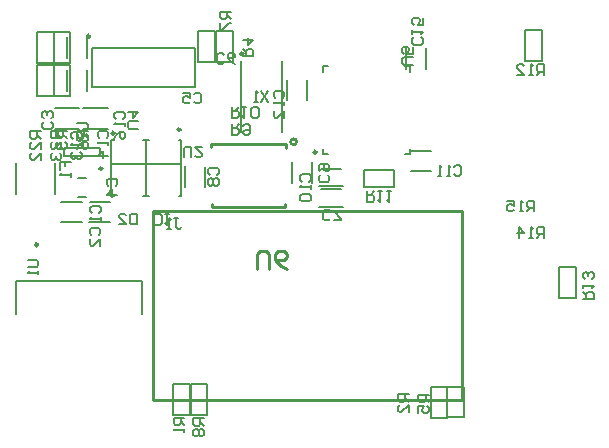
<source format=gbo>
G04*
G04 #@! TF.GenerationSoftware,Altium Limited,Altium Designer,21.0.8 (223)*
G04*
G04 Layer_Color=32896*
%FSLAX25Y25*%
%MOIN*%
G70*
G04*
G04 #@! TF.SameCoordinates,E158979E-E8F5-4E42-ABDF-87379EC9601E*
G04*
G04*
G04 #@! TF.FilePolarity,Positive*
G04*
G01*
G75*
%ADD10C,0.01000*%
%ADD11C,0.00787*%
%ADD12C,0.00600*%
%ADD98C,0.00984*%
D10*
X295100Y311800D02*
G03*
X295100Y311800I-1000J0D01*
G01*
X291200Y290200D02*
Y291100D01*
X266800Y290200D02*
X291200D01*
X266800D02*
Y291200D01*
X266600Y310100D02*
Y311000D01*
X291600D01*
Y309800D02*
Y311000D01*
X350100Y225863D02*
Y288863D01*
X247100D02*
X350100D01*
X247100Y225863D02*
Y288863D01*
Y225863D02*
X350100D01*
X282002Y269501D02*
Y274499D01*
X283001Y275499D01*
X285001D01*
X286000Y274499D01*
Y269501D01*
X291998D02*
X289999Y270501D01*
X288000Y272500D01*
Y274499D01*
X288999Y275499D01*
X290999D01*
X291998Y274499D01*
Y273500D01*
X290999Y272500D01*
X288000D01*
D11*
X276410Y315089D02*
Y338711D01*
X290190Y315089D02*
Y338711D01*
X382544Y259782D02*
Y270018D01*
Y259782D02*
X388056D01*
X382544Y270018D02*
X388056D01*
Y259782D02*
Y270018D01*
X303764Y307764D02*
Y309437D01*
Y307764D02*
X305437D01*
X331224D02*
X332898D01*
Y309437D01*
Y335224D02*
Y336898D01*
X331224D02*
X332898D01*
X303764Y335224D02*
Y336898D01*
X305437D01*
X265356Y220682D02*
Y230918D01*
X259844D02*
X265356D01*
X259844Y220682D02*
X265356D01*
X259844D02*
Y230918D01*
X257742Y296676D02*
Y303566D01*
X264446Y296655D02*
Y303545D01*
X268244Y338382D02*
Y348618D01*
Y338382D02*
X273756D01*
X268244Y348618D02*
X273756D01*
Y338382D02*
Y348618D01*
X262244Y338382D02*
Y348618D01*
Y338382D02*
X267756D01*
X262244Y348618D02*
X267756D01*
Y338382D02*
Y348618D01*
X338347Y336055D02*
Y342945D01*
X331642Y336076D02*
Y342966D01*
X226776Y329925D02*
Y343075D01*
X261224D01*
X226776Y329925D02*
X261224D01*
Y343075D01*
X339844Y219882D02*
Y230118D01*
Y219882D02*
X345356D01*
X339844Y230118D02*
X345356D01*
Y219882D02*
Y230118D01*
X345244Y219982D02*
Y230218D01*
Y219982D02*
X350756D01*
X345244Y230218D02*
X350756D01*
Y219982D02*
Y230218D01*
X293542Y298076D02*
Y304966D01*
X300247Y298055D02*
Y304945D01*
X259456Y220782D02*
Y231018D01*
X253944D02*
X259456D01*
X253944Y220782D02*
X259456D01*
X253944D02*
Y231018D01*
X218438Y339803D02*
Y346692D01*
X225143Y339782D02*
Y346671D01*
Y328785D02*
Y335675D01*
X218438Y328806D02*
Y335696D01*
X214045Y338108D02*
Y348345D01*
X208533D02*
X214045D01*
X208533Y338108D02*
X214045D01*
X208533D02*
Y348345D01*
Y327133D02*
Y337369D01*
Y327133D02*
X214045D01*
X208533Y337369D02*
X214045D01*
Y327133D02*
Y337369D01*
X219642Y327133D02*
Y337369D01*
X214131D02*
X219642D01*
X214131Y327133D02*
X219642D01*
X214131D02*
Y337369D01*
Y338108D02*
Y348345D01*
Y338108D02*
X219642D01*
X214131Y348345D02*
X219642D01*
Y338108D02*
Y348345D01*
X303055Y296153D02*
X309945D01*
X303076Y302858D02*
X309966D01*
X333055Y302153D02*
X339945D01*
X333076Y308858D02*
X339966D01*
X317382Y302256D02*
X327618D01*
X317382Y296744D02*
Y302256D01*
X327618Y296744D02*
Y302256D01*
X317382Y296744D02*
X327618D01*
X302448Y296945D02*
X310552D01*
X302448Y290055D02*
X310552D01*
X291953Y325655D02*
Y332545D01*
X298658Y325634D02*
Y332524D01*
X226034Y285142D02*
X232924D01*
X226055Y291846D02*
X232945D01*
X245288Y304378D02*
X256312D01*
X255721Y293650D02*
X256607D01*
X244993D02*
X245879D01*
X244993D02*
Y312350D01*
X255721D02*
X256607D01*
X244993D02*
X245879D01*
X256607Y293650D02*
Y312350D01*
X214378Y294283D02*
Y304717D01*
X201622Y294283D02*
Y304717D01*
X217595Y307122D02*
X229405D01*
X217595D02*
Y309878D01*
X229405D01*
Y307122D02*
Y309878D01*
X214448Y316055D02*
X222552D01*
X214448Y322945D02*
X222552D01*
X201437Y254272D02*
Y265295D01*
X243563D01*
Y254272D02*
Y265295D01*
X223948Y322945D02*
X232052D01*
X223948Y316055D02*
X232052D01*
X216576Y291858D02*
X223466D01*
X216555Y285154D02*
X223445D01*
X233488Y304343D02*
X244512D01*
X243921Y293614D02*
X244807D01*
X233193D02*
X234079D01*
X233193D02*
Y312315D01*
X243921D02*
X244807D01*
X233193D02*
X234079D01*
X244807Y293614D02*
Y312315D01*
X222226Y293350D02*
X224774D01*
X222226Y299650D02*
X224774D01*
X376756Y338882D02*
Y349118D01*
X371244D02*
X376756D01*
X371244Y338882D02*
X376756D01*
X371244D02*
Y349118D01*
D12*
X273544Y317592D02*
Y313994D01*
X275344D01*
X275943Y314593D01*
Y315793D01*
X275344Y316393D01*
X273544D01*
X274744D02*
X275943Y317592D01*
X277143Y316992D02*
X277743Y317592D01*
X278942D01*
X279542Y316992D01*
Y314593D01*
X278942Y313994D01*
X277743D01*
X277143Y314593D01*
Y315193D01*
X277743Y315793D01*
X279542D01*
X333762Y337498D02*
X330763D01*
X330163Y338098D01*
Y339297D01*
X330763Y339897D01*
X333762D01*
Y343496D02*
Y341097D01*
X331962D01*
X332562Y342296D01*
Y342896D01*
X331962Y343496D01*
X330763D01*
X330163Y342896D01*
Y341697D01*
X330763Y341097D01*
X347507Y303469D02*
X348107Y304069D01*
X349307D01*
X349907Y303469D01*
Y301070D01*
X349307Y300470D01*
X348107D01*
X347507Y301070D01*
X346308Y300470D02*
X345108D01*
X345708D01*
Y304069D01*
X346308Y303469D01*
X343309Y300470D02*
X342109D01*
X342709D01*
Y304069D01*
X343309Y303469D01*
X205401Y272415D02*
X208400D01*
X208999Y271815D01*
Y270616D01*
X208400Y270016D01*
X205401D01*
X208999Y268816D02*
Y267617D01*
Y268216D01*
X205401D01*
X206000Y268816D01*
X374195Y288612D02*
Y292211D01*
X372396D01*
X371796Y291611D01*
Y290412D01*
X372396Y289812D01*
X374195D01*
X372996D02*
X371796Y288612D01*
X370597D02*
X369397D01*
X369997D01*
Y292211D01*
X370597Y291611D01*
X365198Y292211D02*
X367598D01*
Y290412D01*
X366398Y291012D01*
X365798D01*
X365198Y290412D01*
Y289212D01*
X365798Y288612D01*
X366998D01*
X367598Y289212D01*
X377487Y279694D02*
Y283293D01*
X375688D01*
X375088Y282693D01*
Y281494D01*
X375688Y280894D01*
X377487D01*
X376288D02*
X375088Y279694D01*
X373889D02*
X372689D01*
X373289D01*
Y283293D01*
X373889Y282693D01*
X369090Y279694D02*
Y283293D01*
X370890Y281494D01*
X368490D01*
X390501Y259401D02*
X394099D01*
Y261201D01*
X393500Y261801D01*
X392300D01*
X391700Y261201D01*
Y259401D01*
Y260601D02*
X390501Y261801D01*
Y263000D02*
Y264200D01*
Y263600D01*
X394099D01*
X393500Y263000D01*
Y265999D02*
X394099Y266599D01*
Y267799D01*
X393500Y268398D01*
X392900D01*
X392300Y267799D01*
Y267199D01*
Y267799D01*
X391700Y268398D01*
X391100D01*
X390501Y267799D01*
Y266599D01*
X391100Y265999D01*
X241799Y287864D02*
Y284265D01*
X240000D01*
X239400Y284865D01*
Y287264D01*
X240000Y287864D01*
X241799D01*
X235801Y284265D02*
X238200D01*
X235801Y286664D01*
Y287264D01*
X236401Y287864D01*
X237600D01*
X238200Y287264D01*
X247701Y284201D02*
Y287799D01*
X249500D01*
X250100Y287200D01*
Y284800D01*
X249500Y284201D01*
X247701D01*
X251300Y287799D02*
X252499D01*
X251899D01*
Y284201D01*
X251300Y284800D01*
X285699Y328699D02*
X283300Y325101D01*
Y328699D02*
X285699Y325101D01*
X282100D02*
X280901D01*
X281501D01*
Y328699D01*
X282100Y328100D01*
X234935Y319399D02*
X234336Y319999D01*
Y321199D01*
X234935Y321798D01*
X237335D01*
X237934Y321199D01*
Y319999D01*
X237335Y319399D01*
X237934Y318200D02*
Y317000D01*
Y317600D01*
X234336D01*
X234935Y318200D01*
X234336Y312802D02*
X234935Y314001D01*
X236135Y315201D01*
X237335D01*
X237934Y314601D01*
Y313401D01*
X237335Y312802D01*
X236735D01*
X236135Y313401D01*
Y315201D01*
X377499Y334001D02*
Y337599D01*
X375699D01*
X375099Y337000D01*
Y335800D01*
X375699Y335200D01*
X377499D01*
X376299D02*
X375099Y334001D01*
X373900D02*
X372700D01*
X373300D01*
Y337599D01*
X373900Y337000D01*
X368501Y334001D02*
X370901D01*
X368501Y336400D01*
Y337000D01*
X369101Y337599D01*
X370301D01*
X370901Y337000D01*
X318601Y295299D02*
Y291701D01*
X320401D01*
X321001Y292300D01*
Y293500D01*
X320401Y294100D01*
X318601D01*
X319801D02*
X321001Y295299D01*
X322200D02*
X323400D01*
X322800D01*
Y291701D01*
X322200Y292300D01*
X325199Y295299D02*
X326399D01*
X325799D01*
Y291701D01*
X325199Y292300D01*
X273401Y323399D02*
Y319801D01*
X275201D01*
X275801Y320400D01*
Y321600D01*
X275201Y322200D01*
X273401D01*
X274601D02*
X275801Y323399D01*
X277000D02*
X278200D01*
X277600D01*
Y319801D01*
X277000Y320400D01*
X279999D02*
X280599Y319801D01*
X281799D01*
X282399Y320400D01*
Y322800D01*
X281799Y323399D01*
X280599D01*
X279999Y322800D01*
Y320400D01*
X336700Y346601D02*
X337299Y346001D01*
Y344801D01*
X336700Y344201D01*
X334300D01*
X333701Y344801D01*
Y346001D01*
X334300Y346601D01*
X333701Y347800D02*
Y349000D01*
Y348400D01*
X337299D01*
X336700Y347800D01*
X337299Y353199D02*
Y350799D01*
X335500D01*
X336100Y351999D01*
Y352599D01*
X335500Y353199D01*
X334300D01*
X333701Y352599D01*
Y351399D01*
X334300Y350799D01*
X226700Y280700D02*
X226101Y281300D01*
Y282499D01*
X226700Y283099D01*
X229100D01*
X229699Y282499D01*
Y281300D01*
X229100Y280700D01*
X229699Y277101D02*
Y279500D01*
X227300Y277101D01*
X226700D01*
X226101Y277701D01*
Y278900D01*
X226700Y279500D01*
X242370Y316173D02*
X239371D01*
X238771Y316773D01*
Y317972D01*
X239371Y318572D01*
X242370D01*
X238771Y321571D02*
X242370D01*
X240570Y319772D01*
Y322171D01*
X264199Y219582D02*
X260600D01*
Y217782D01*
X261200Y217182D01*
X262400D01*
X263000Y217782D01*
Y219582D01*
Y218382D02*
X264199Y217182D01*
X261200Y215983D02*
X260600Y215383D01*
Y214183D01*
X261200Y213583D01*
X261800D01*
X262400Y214183D01*
X263000Y213583D01*
X263599D01*
X264199Y214183D01*
Y215383D01*
X263599Y215983D01*
X263000D01*
X262400Y215383D01*
X261800Y215983D01*
X261200D01*
X262400Y215383D02*
Y214183D01*
X218397Y315365D02*
X214798D01*
Y313565D01*
X215398Y312965D01*
X216598D01*
X217198Y313565D01*
Y315365D01*
Y314165D02*
X218397Y312965D01*
X215398Y311766D02*
X214798Y311166D01*
Y309966D01*
X215398Y309366D01*
X215998D01*
X216598Y309966D01*
Y310566D01*
Y309966D01*
X217198Y309366D01*
X217797D01*
X218397Y309966D01*
Y311166D01*
X217797Y311766D01*
X257666Y219782D02*
X254067D01*
Y217982D01*
X254667Y217383D01*
X255866D01*
X256466Y217982D01*
Y219782D01*
Y218582D02*
X257666Y217383D01*
Y216183D02*
Y214983D01*
Y215583D01*
X254067D01*
X254667Y216183D01*
X225558Y315465D02*
X221959D01*
Y313665D01*
X222559Y313065D01*
X223758D01*
X224358Y313665D01*
Y315465D01*
Y314265D02*
X225558Y313065D01*
X221959Y309467D02*
X222559Y310666D01*
X223758Y311866D01*
X224958D01*
X225558Y311266D01*
Y310066D01*
X224958Y309467D01*
X224358D01*
X223758Y310066D01*
Y311866D01*
X229326Y313090D02*
X228726Y313690D01*
Y314890D01*
X229326Y315489D01*
X231725D01*
X232325Y314890D01*
Y313690D01*
X231725Y313090D01*
X232325Y311890D02*
Y310691D01*
Y311291D01*
X228726D01*
X229326Y311890D01*
X232325Y307092D02*
X228726D01*
X230525Y308891D01*
Y306492D01*
X296900Y298499D02*
X296301Y299099D01*
Y300299D01*
X296900Y300899D01*
X299300D01*
X299899Y300299D01*
Y299099D01*
X299300Y298499D01*
X299899Y297300D02*
Y296100D01*
Y296700D01*
X296301D01*
X296900Y297300D01*
Y294301D02*
X296301Y293701D01*
Y292501D01*
X296900Y291901D01*
X299300D01*
X299899Y292501D01*
Y293701D01*
X299300Y294301D01*
X296900D01*
X305429Y300700D02*
X306029Y300101D01*
Y298901D01*
X305429Y298301D01*
X303030D01*
X302430Y298901D01*
Y300101D01*
X303030Y300700D01*
Y301900D02*
X302430Y302500D01*
Y303699D01*
X303030Y304299D01*
X305429D01*
X306029Y303699D01*
Y302500D01*
X305429Y301900D01*
X304830D01*
X304230Y302500D01*
Y304299D01*
X277094Y340379D02*
X280693D01*
Y342178D01*
X280093Y342778D01*
X278894D01*
X278294Y342178D01*
Y340379D01*
Y341579D02*
X277094Y342778D01*
Y345777D02*
X280693D01*
X278894Y343978D01*
Y346377D01*
X332432Y227574D02*
X328833D01*
Y225774D01*
X329433Y225174D01*
X330633D01*
X331233Y225774D01*
Y227574D01*
Y226374D02*
X332432Y225174D01*
Y221576D02*
Y223975D01*
X330033Y221576D01*
X329433D01*
X328833Y222176D01*
Y223375D01*
X329433Y223975D01*
X273097Y355145D02*
X269499D01*
Y353345D01*
X270098Y352745D01*
X271298D01*
X271898Y353345D01*
Y355145D01*
Y353945D02*
X273097Y352745D01*
X269499Y351546D02*
Y349146D01*
X270098D01*
X272498Y351546D01*
X273097D01*
X339271Y227350D02*
X335672D01*
Y225551D01*
X336272Y224951D01*
X337471D01*
X338071Y225551D01*
Y227350D01*
Y226150D02*
X339271Y224951D01*
X335672Y221352D02*
Y223751D01*
X337471D01*
X336872Y222552D01*
Y221952D01*
X337471Y221352D01*
X338671D01*
X339271Y221952D01*
Y223151D01*
X338671Y223751D01*
X220383Y312646D02*
X219784Y313246D01*
Y314446D01*
X220383Y315046D01*
X222783D01*
X223382Y314446D01*
Y313246D01*
X222783Y312646D01*
X223382Y311447D02*
Y310247D01*
Y310847D01*
X219784D01*
X220383Y311447D01*
Y308448D02*
X219784Y307848D01*
Y306648D01*
X220383Y306048D01*
X220983D01*
X221583Y306648D01*
Y307248D01*
Y306648D01*
X222183Y306048D01*
X222783D01*
X223382Y306648D01*
Y307848D01*
X222783Y308448D01*
X221801Y317899D02*
X224800D01*
X225399Y317299D01*
Y316100D01*
X224800Y315500D01*
X221801D01*
X222400Y314300D02*
X221801Y313700D01*
Y312501D01*
X222400Y311901D01*
X223000D01*
X223600Y312501D01*
Y313101D01*
Y312501D01*
X224200Y311901D01*
X224800D01*
X225399Y312501D01*
Y313700D01*
X224800Y314300D01*
X257597Y306575D02*
Y309574D01*
X258197Y310173D01*
X259396D01*
X259996Y309574D01*
Y306575D01*
X263595Y310173D02*
X261196D01*
X263595Y307774D01*
Y307174D01*
X262995Y306575D01*
X261796D01*
X261196Y307174D01*
X216704Y315346D02*
X213105D01*
Y313546D01*
X213705Y312946D01*
X214904D01*
X215504Y313546D01*
Y315346D01*
Y314146D02*
X216704Y312946D01*
Y309347D02*
Y311747D01*
X214304Y309347D01*
X213705D01*
X213105Y309947D01*
Y311147D01*
X213705Y311747D01*
Y308148D02*
X213105Y307548D01*
Y306348D01*
X213705Y305749D01*
X214304D01*
X214904Y306348D01*
Y306948D01*
Y306348D01*
X215504Y305749D01*
X216104D01*
X216704Y306348D01*
Y307548D01*
X216104Y308148D01*
X209837Y315246D02*
X206238D01*
Y313446D01*
X206838Y312846D01*
X208037D01*
X208637Y313446D01*
Y315246D01*
Y314046D02*
X209837Y312846D01*
Y309247D02*
Y311647D01*
X207438Y309247D01*
X206838D01*
X206238Y309847D01*
Y311047D01*
X206838Y311647D01*
X209837Y305649D02*
Y308048D01*
X207438Y305649D01*
X206838D01*
X206238Y306248D01*
Y307448D01*
X206838Y308048D01*
X254272Y286262D02*
X255472D01*
X254872D01*
Y283263D01*
X255472Y282664D01*
X256072D01*
X256671Y283263D01*
X253073Y282664D02*
X251873D01*
X252473D01*
Y286262D01*
X253073Y285663D01*
X216201Y302500D02*
Y304899D01*
X218000D01*
Y303700D01*
Y304899D01*
X219799D01*
Y301300D02*
Y300101D01*
Y300701D01*
X216201D01*
X216800Y301300D01*
X288000Y326399D02*
X287401Y326999D01*
Y328199D01*
X288000Y328799D01*
X290400D01*
X290999Y328199D01*
Y326999D01*
X290400Y326399D01*
X290999Y325200D02*
Y324000D01*
Y324600D01*
X287401D01*
X288000Y325200D01*
X290999Y319801D02*
Y322201D01*
X288600Y319801D01*
X288000D01*
X287401Y320401D01*
Y321601D01*
X288000Y322201D01*
X266100Y300800D02*
X265501Y301400D01*
Y302599D01*
X266100Y303199D01*
X268500D01*
X269099Y302599D01*
Y301400D01*
X268500Y300800D01*
X266100Y299600D02*
X265501Y299000D01*
Y297801D01*
X266100Y297201D01*
X266700D01*
X267300Y297801D01*
X267900Y297201D01*
X268500D01*
X269099Y297801D01*
Y299000D01*
X268500Y299600D01*
X267900D01*
X267300Y299000D01*
X266700Y299600D01*
X266100D01*
X267300Y299000D02*
Y297801D01*
X306365Y286200D02*
X305765Y285601D01*
X304566D01*
X303966Y286200D01*
Y288600D01*
X304566Y289199D01*
X305765D01*
X306365Y288600D01*
X307565Y285601D02*
X309964D01*
Y286200D01*
X307565Y288600D01*
Y289199D01*
X270889Y338419D02*
X270289Y337819D01*
X269090D01*
X268490Y338419D01*
Y340818D01*
X269090Y341418D01*
X270289D01*
X270889Y340818D01*
X274488Y337819D02*
X273288Y338419D01*
X272089Y339618D01*
Y340818D01*
X272689Y341418D01*
X273888D01*
X274488Y340818D01*
Y340218D01*
X273888Y339618D01*
X272089D01*
X260900Y327600D02*
X261500Y328199D01*
X262699D01*
X263299Y327600D01*
Y325200D01*
X262699Y324601D01*
X261500D01*
X260900Y325200D01*
X257301Y328199D02*
X259700D01*
Y326400D01*
X258501Y327000D01*
X257901D01*
X257301Y326400D01*
Y325200D01*
X257901Y324601D01*
X259100D01*
X259700Y325200D01*
X232324Y297100D02*
X231724Y297700D01*
Y298899D01*
X232324Y299499D01*
X234723D01*
X235323Y298899D01*
Y297700D01*
X234723Y297100D01*
X235323Y294101D02*
X231724D01*
X233523Y295900D01*
Y293501D01*
X213164Y318400D02*
X213764Y317800D01*
Y316601D01*
X213164Y316001D01*
X210765D01*
X210166Y316601D01*
Y317800D01*
X210765Y318400D01*
X213164Y319600D02*
X213764Y320200D01*
Y321399D01*
X213164Y321999D01*
X212565D01*
X211965Y321399D01*
Y320799D01*
Y321399D01*
X211365Y321999D01*
X210765D01*
X210166Y321399D01*
Y320200D01*
X210765Y319600D01*
X226938Y288000D02*
X226338Y288600D01*
Y289799D01*
X226938Y290399D01*
X229337D01*
X229937Y289799D01*
Y288600D01*
X229337Y288000D01*
X229937Y286800D02*
Y285601D01*
Y286201D01*
X226338D01*
X226938Y286800D01*
D98*
X277292Y341165D02*
G03*
X277292Y341165I-492J0D01*
G01*
X301697Y308354D02*
G03*
X301697Y308354I-492J0D01*
G01*
X226185Y346972D02*
G03*
X226185Y346972I-492J0D01*
G01*
X256392Y315865D02*
G03*
X256392Y315865I-492J0D01*
G01*
X230291Y302921D02*
G03*
X230291Y302921I-492J0D01*
G01*
X208858Y277500D02*
G03*
X208858Y277500I-492J0D01*
G01*
X234392Y314665D02*
G03*
X234392Y314665I-492J0D01*
G01*
M02*

</source>
